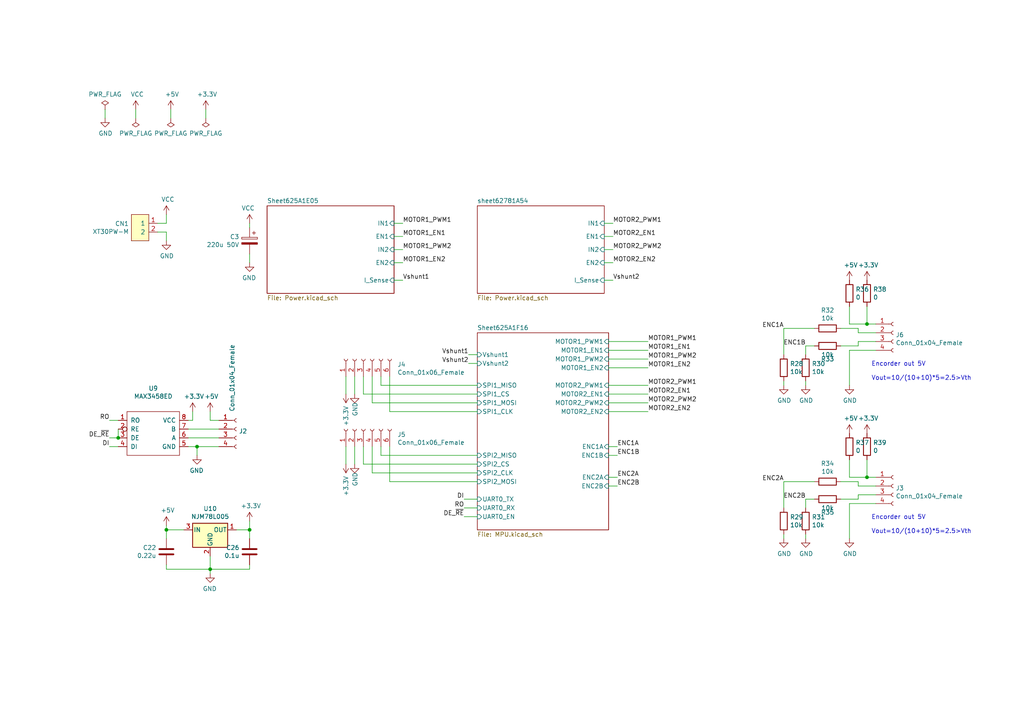
<source format=kicad_sch>
(kicad_sch (version 20211123) (generator eeschema)
  (paper "A4")
  (lib_symbols
    (symbol "Connector:Conn_01x04_Female" (pin_names (offset 1.016) hide)
      (property "Reference" "J" (at 0 5.08 0))
      (property "Value" "Conn_01x04_Female" (at 0 -7.62 0))
      (symbol "Conn_01x04_Female_1_1"
        (arc (start 0 -4.572) (mid -0.508 -5.08) (end 0 -5.588) (stroke (width 0.1524)))
        (arc (start 0 -2.032) (mid -0.508 -2.54) (end 0 -3.048) (stroke (width 0.1524)))
        (polyline (pts (xy -1.27 -5.08) (xy -0.508 -5.08)) (stroke (width 0.1524)))
        (polyline (pts (xy -1.27 -2.54) (xy -0.508 -2.54)) (stroke (width 0.1524)))
        (polyline (pts (xy -1.27 0) (xy -0.508 0)) (stroke (width 0.1524)))
        (polyline (pts (xy -1.27 2.54) (xy -0.508 2.54)) (stroke (width 0.1524)))
        (arc (start 0 0.508) (mid -0.508 0) (end 0 -0.508) (stroke (width 0.1524)))
        (arc (start 0 3.048) (mid -0.508 2.54) (end 0 2.032) (stroke (width 0.1524)))
        (pin passive line (at -5.08 2.54 0) (length 3.81) (name "Pin_1") (number "1"))
        (pin passive line (at -5.08 0 0) (length 3.81) (name "Pin_2") (number "2"))
        (pin passive line (at -5.08 -2.54 0) (length 3.81) (name "Pin_3") (number "3"))
        (pin passive line (at -5.08 -5.08 0) (length 3.81) (name "Pin_4") (number "4"))
      )
    )
    (symbol "Connector:Conn_01x06_Female" (pin_names (offset 1.016) hide)
      (property "Reference" "J" (at 0 7.62 0))
      (property "Value" "Conn_01x06_Female" (at 0 -10.16 0))
      (symbol "Conn_01x06_Female_1_1"
        (arc (start 0 -7.112) (mid -0.508 -7.62) (end 0 -8.128) (stroke (width 0.1524)))
        (arc (start 0 -4.572) (mid -0.508 -5.08) (end 0 -5.588) (stroke (width 0.1524)))
        (arc (start 0 -2.032) (mid -0.508 -2.54) (end 0 -3.048) (stroke (width 0.1524)))
        (polyline (pts (xy -1.27 -7.62) (xy -0.508 -7.62)) (stroke (width 0.1524)))
        (polyline (pts (xy -1.27 -5.08) (xy -0.508 -5.08)) (stroke (width 0.1524)))
        (polyline (pts (xy -1.27 -2.54) (xy -0.508 -2.54)) (stroke (width 0.1524)))
        (polyline (pts (xy -1.27 0) (xy -0.508 0)) (stroke (width 0.1524)))
        (polyline (pts (xy -1.27 2.54) (xy -0.508 2.54)) (stroke (width 0.1524)))
        (polyline (pts (xy -1.27 5.08) (xy -0.508 5.08)) (stroke (width 0.1524)))
        (arc (start 0 0.508) (mid -0.508 0) (end 0 -0.508) (stroke (width 0.1524)))
        (arc (start 0 3.048) (mid -0.508 2.54) (end 0 2.032) (stroke (width 0.1524)))
        (arc (start 0 5.588) (mid -0.508 5.08) (end 0 4.572) (stroke (width 0.1524)))
        (pin passive line (at -5.08 5.08 0) (length 3.81) (name "Pin_1") (number "1"))
        (pin passive line (at -5.08 2.54 0) (length 3.81) (name "Pin_2") (number "2"))
        (pin passive line (at -5.08 0 0) (length 3.81) (name "Pin_3") (number "3"))
        (pin passive line (at -5.08 -2.54 0) (length 3.81) (name "Pin_4") (number "4"))
        (pin passive line (at -5.08 -5.08 0) (length 3.81) (name "Pin_5") (number "5"))
        (pin passive line (at -5.08 -7.62 0) (length 3.81) (name "Pin_6") (number "6"))
      )
    )
    (symbol "Device:C" (pin_numbers hide) (pin_names (offset 0.254))
      (property "Reference" "C" (at 0.635 2.54 0))
      (property "Value" "C" (at 0.635 -2.54 0))
      (symbol "C_0_1"
        (polyline (pts (xy -2.032 -0.762) (xy 2.032 -0.762)) (stroke (width 0.508)))
        (polyline (pts (xy -2.032 0.762) (xy 2.032 0.762)) (stroke (width 0.508)))
      )
      (symbol "C_1_1"
        (pin passive line (at 0 3.81 270) (length 2.794) (name "~") (number "1"))
        (pin passive line (at 0 -3.81 90) (length 2.794) (name "~") (number "2"))
      )
    )
    (symbol "Device:CP" (pin_numbers hide) (pin_names (offset 0.254))
      (property "Reference" "C" (at 0.635 2.54 0))
      (property "Value" "Device_CP" (at 0.635 -2.54 0))
      (symbol "CP_0_1"
        (rectangle (start -2.286 0.508) (end 2.286 1.016))
        (polyline (pts (xy -1.778 2.286) (xy -0.762 2.286)))
        (polyline (pts (xy -1.27 2.794) (xy -1.27 1.778)))
        (rectangle (start 2.286 -0.508) (end -2.286 -1.016) (fill (type outline)))
      )
      (symbol "CP_1_1"
        (pin passive line (at 0 3.81 270) (length 2.794) (name "~") (number "1"))
        (pin passive line (at 0 -3.81 90) (length 2.794) (name "~") (number "2"))
      )
    )
    (symbol "Device:R" (pin_numbers hide) (pin_names (offset 0))
      (property "Reference" "R" (at 2.032 0 90))
      (property "Value" "R" (at 0 0 90))
      (symbol "R_0_1"
        (rectangle (start -1.016 -2.54) (end 1.016 2.54) (stroke (width 0.254)))
      )
      (symbol "R_1_1"
        (pin passive line (at 0 3.81 270) (length 1.27) (name "~") (number "1"))
        (pin passive line (at 0 -3.81 90) (length 1.27) (name "~") (number "2"))
      )
    )
    (symbol "RP_MD-rescue:XT30PW-M-maki_lib" (pin_names (offset 1.016))
      (property "Reference" "CN" (at 2.54 -7.62 0))
      (property "Value" "XT30PW-M-maki_lib" (at 0 5.08 0))
      (symbol "XT30PW-M-maki_lib_0_1"
        (rectangle (start 0 2.54) (end 5.08 -5.08) (fill (type background)))
      )
      (symbol "XT30PW-M-maki_lib_1_1"
        (pin bidirectional line (at -2.54 0 0) (length 2.54) (name "1") (number "1"))
        (pin bidirectional line (at -2.54 -2.54 0) (length 2.54) (name "2") (number "2"))
      )
    )
    (symbol "Regulator_Linear:L78L05_SOT89" (pin_names (offset 0.254))
      (property "Reference" "U" (at -3.81 3.175 0))
      (property "Value" "L78L05_SOT89" (at -0.635 3.175 0))
      (symbol "L78L05_SOT89_0_1"
        (rectangle (start -5.08 1.905) (end 5.08 -5.08) (stroke (width 0.254)) (fill (type background)))
      )
      (symbol "L78L05_SOT89_1_1"
        (pin power_out line (at 7.62 0 180) (length 2.54) (name "OUT") (number "1"))
        (pin power_in line (at 0 -7.62 90) (length 2.54) (name "GND") (number "2"))
        (pin power_in line (at -7.62 0 0) (length 2.54) (name "IN") (number "3"))
      )
    )
    (symbol "maki_lib:MAX3458ED" (pin_names (offset 1.016))
      (property "Reference" "U" (at 0 8.89 0))
      (property "Value" "maki_lib_MAX3458ED" (at 0 11.43 0))
      (symbol "MAX3458ED_0_1"
        (rectangle (start -7.62 6.35) (end 7.62 -6.35))
      )
      (symbol "MAX3458ED_1_1"
        (pin output line (at -10.16 3.81 0) (length 2.54) (name "RO") (number "1"))
        (pin input inverted (at -10.16 1.27 0) (length 2.54) (name "RE") (number "2"))
        (pin input line (at -10.16 -1.27 0) (length 2.54) (name "DE") (number "3"))
        (pin input line (at -10.16 -3.81 0) (length 2.54) (name "DI") (number "4"))
        (pin power_in line (at 10.16 -3.81 180) (length 2.54) (name "GND") (number "5"))
        (pin input line (at 10.16 -1.27 180) (length 2.54) (name "A") (number "6"))
        (pin input line (at 10.16 1.27 180) (length 2.54) (name "B") (number "7"))
        (pin power_in line (at 10.16 3.81 180) (length 2.54) (name "VCC") (number "8"))
      )
    )
    (symbol "power:+3.3V" (power) (pin_names (offset 0))
      (property "Value" "+3.3V" (at 0 3.556 0))
      (symbol "+3.3V_0_1"
        (polyline (pts (xy -0.762 1.27) (xy 0 2.54)))
        (polyline (pts (xy 0 0) (xy 0 2.54)))
        (polyline (pts (xy 0 2.54) (xy 0.762 1.27)))
      )
      (symbol "+3.3V_1_1"
        (pin power_in line (at 0 0 90) (length 0) hide (name "+3.3V") (number "1"))
      )
    )
    (symbol "power:+5V" (power) (pin_names (offset 0))
      (property "Value" "+5V" (at 0 3.556 0))
      (symbol "+5V_0_1"
        (polyline (pts (xy -0.762 1.27) (xy 0 2.54)))
        (polyline (pts (xy 0 0) (xy 0 2.54)))
        (polyline (pts (xy 0 2.54) (xy 0.762 1.27)))
      )
      (symbol "+5V_1_1"
        (pin power_in line (at 0 0 90) (length 0) hide (name "+5V") (number "1"))
      )
    )
    (symbol "power:GND" (power) (pin_names (offset 0))
      (property "Value" "GND" (at 0 -3.81 0))
      (symbol "GND_0_1"
        (polyline (pts (xy 0 0) (xy 0 -1.27) (xy 1.27 -1.27) (xy 0 -2.54) (xy -1.27 -1.27) (xy 0 -1.27)))
      )
      (symbol "GND_1_1"
        (pin power_in line (at 0 0 270) (length 0) hide (name "GND") (number "1"))
      )
    )
    (symbol "power:PWR_FLAG" (power) (pin_numbers hide) (pin_names (offset 0) hide)
      (property "Value" "PWR_FLAG" (at 0 3.81 0))
      (symbol "PWR_FLAG_0_0"
        (pin power_out line (at 0 0 90) (length 0) (name "pwr") (number "1"))
      )
      (symbol "PWR_FLAG_0_1"
        (polyline (pts (xy 0 0) (xy 0 1.27) (xy -1.016 1.905) (xy 0 2.54) (xy 1.016 1.905) (xy 0 1.27)))
      )
    )
    (symbol "power:VCC" (power) (pin_names (offset 0))
      (property "Value" "VCC" (at 0 3.81 0))
      (symbol "VCC_0_1"
        (polyline (pts (xy -0.762 1.27) (xy 0 2.54)))
        (polyline (pts (xy 0 0) (xy 0 2.54)))
        (polyline (pts (xy 0 2.54) (xy 0.762 1.27)))
      )
      (symbol "VCC_1_1"
        (pin power_in line (at 0 0 90) (length 0) hide (name "VCC") (number "1"))
      )
    )
  )
  (junction (at 34.29 127))
  (junction (at 72.39 153.67))
  (junction (at 251.46 93.98))
  (junction (at 57.15 129.54))
  (junction (at 60.96 165.1))
  (junction (at 48.26 153.67))
  (junction (at 251.46 138.43))
  (wire (pts (xy 177.8 64.77) (xy 175.26 64.77)))
  (wire (pts (xy 48.26 64.77) (xy 48.26 62.23)))
  (wire (pts (xy 246.38 93.98) (xy 251.46 93.98)))
  (wire (pts (xy 59.69 31.75) (xy 59.69 34.29)))
  (wire (pts (xy 102.87 134.62) (xy 102.87 129.54)))
  (wire (pts (xy 177.8 76.2) (xy 175.26 76.2)))
  (wire (pts (xy 248.92 143.51) (xy 248.92 144.78)))
  (wire (pts (xy 187.96 114.3) (xy 176.53 114.3)))
  (wire (pts (xy 246.38 133.35) (xy 246.38 138.43)))
  (wire (pts (xy 233.68 111.76) (xy 233.68 110.49)))
  (wire (pts (xy 138.43 132.08) (xy 110.49 132.08)))
  (wire (pts (xy 30.48 34.29) (xy 30.48 31.75)))
  (wire (pts (xy 134.62 144.78) (xy 138.43 144.78)))
  (wire (pts (xy 248.92 95.25) (xy 248.92 96.52)))
  (wire (pts (xy 72.39 64.77) (xy 72.39 66.04)))
  (wire (pts (xy 248.92 99.06) (xy 254 99.06)))
  (wire (pts (xy 135.89 102.87) (xy 138.43 102.87)))
  (wire (pts (xy 248.92 96.52) (xy 254 96.52)))
  (wire (pts (xy 48.26 153.67) (xy 53.34 153.67)))
  (wire (pts (xy 45.72 64.77) (xy 48.26 64.77)))
  (wire (pts (xy 57.15 129.54) (xy 63.5 129.54)))
  (wire (pts (xy 248.92 143.51) (xy 254 143.51)))
  (wire (pts (xy 138.43 114.3) (xy 105.41 114.3)))
  (wire (pts (xy 138.43 111.76) (xy 110.49 111.76)))
  (wire (pts (xy 116.84 81.28) (xy 114.3 81.28)))
  (wire (pts (xy 246.38 111.76) (xy 246.38 101.6)))
  (wire (pts (xy 68.58 153.67) (xy 72.39 153.67)))
  (wire (pts (xy 116.84 64.77) (xy 114.3 64.77)))
  (wire (pts (xy 31.75 127) (xy 34.29 127)))
  (wire (pts (xy 175.26 81.28) (xy 177.8 81.28)))
  (wire (pts (xy 31.75 121.92) (xy 34.29 121.92)))
  (wire (pts (xy 187.96 101.6) (xy 176.53 101.6)))
  (wire (pts (xy 134.62 149.86) (xy 138.43 149.86)))
  (wire (pts (xy 246.38 101.6) (xy 254 101.6)))
  (wire (pts (xy 113.03 139.7) (xy 113.03 129.54)))
  (wire (pts (xy 60.96 121.92) (xy 63.5 121.92)))
  (wire (pts (xy 34.29 124.46) (xy 34.29 127)))
  (wire (pts (xy 138.43 137.16) (xy 107.95 137.16)))
  (wire (pts (xy 48.26 163.83) (xy 48.26 165.1)))
  (wire (pts (xy 107.95 116.84) (xy 107.95 109.22)))
  (wire (pts (xy 72.39 73.66) (xy 72.39 76.2)))
  (wire (pts (xy 177.8 68.58) (xy 175.26 68.58)))
  (wire (pts (xy 251.46 93.98) (xy 254 93.98)))
  (wire (pts (xy 227.33 156.21) (xy 227.33 154.94)))
  (wire (pts (xy 248.92 139.7) (xy 248.92 140.97)))
  (wire (pts (xy 233.68 102.87) (xy 233.68 100.33)))
  (wire (pts (xy 48.26 67.31) (xy 48.26 69.85)))
  (wire (pts (xy 138.43 119.38) (xy 113.03 119.38)))
  (wire (pts (xy 251.46 133.35) (xy 251.46 138.43)))
  (wire (pts (xy 243.84 95.25) (xy 248.92 95.25)))
  (wire (pts (xy 179.07 132.08) (xy 176.53 132.08)))
  (wire (pts (xy 246.38 156.21) (xy 246.38 146.05)))
  (wire (pts (xy 179.07 129.54) (xy 176.53 129.54)))
  (wire (pts (xy 227.33 147.32) (xy 227.33 139.7)))
  (wire (pts (xy 248.92 100.33) (xy 243.84 100.33)))
  (wire (pts (xy 54.61 124.46) (xy 63.5 124.46)))
  (wire (pts (xy 243.84 139.7) (xy 248.92 139.7)))
  (wire (pts (xy 116.84 68.58) (xy 114.3 68.58)))
  (wire (pts (xy 246.38 88.9) (xy 246.38 93.98)))
  (wire (pts (xy 110.49 132.08) (xy 110.49 129.54)))
  (wire (pts (xy 102.87 114.3) (xy 102.87 109.22)))
  (wire (pts (xy 138.43 116.84) (xy 107.95 116.84)))
  (wire (pts (xy 248.92 99.06) (xy 248.92 100.33)))
  (wire (pts (xy 31.75 129.54) (xy 34.29 129.54)))
  (wire (pts (xy 227.33 95.25) (xy 236.22 95.25)))
  (wire (pts (xy 248.92 140.97) (xy 254 140.97)))
  (wire (pts (xy 55.88 121.92) (xy 55.88 119.38)))
  (wire (pts (xy 134.62 147.32) (xy 138.43 147.32)))
  (wire (pts (xy 177.8 72.39) (xy 175.26 72.39)))
  (wire (pts (xy 110.49 111.76) (xy 110.49 109.22)))
  (wire (pts (xy 138.43 139.7) (xy 113.03 139.7)))
  (wire (pts (xy 227.33 111.76) (xy 227.33 110.49)))
  (wire (pts (xy 116.84 76.2) (xy 114.3 76.2)))
  (wire (pts (xy 251.46 88.9) (xy 251.46 93.98)))
  (wire (pts (xy 233.68 100.33) (xy 236.22 100.33)))
  (wire (pts (xy 135.89 105.41) (xy 138.43 105.41)))
  (wire (pts (xy 54.61 121.92) (xy 55.88 121.92)))
  (wire (pts (xy 116.84 72.39) (xy 114.3 72.39)))
  (wire (pts (xy 72.39 165.1) (xy 72.39 163.83)))
  (wire (pts (xy 246.38 138.43) (xy 251.46 138.43)))
  (wire (pts (xy 57.15 132.08) (xy 57.15 129.54)))
  (wire (pts (xy 60.96 165.1) (xy 72.39 165.1)))
  (wire (pts (xy 63.5 127) (xy 54.61 127)))
  (wire (pts (xy 251.46 138.43) (xy 254 138.43)))
  (wire (pts (xy 187.96 104.14) (xy 176.53 104.14)))
  (wire (pts (xy 45.72 67.31) (xy 48.26 67.31)))
  (wire (pts (xy 248.92 144.78) (xy 243.84 144.78)))
  (wire (pts (xy 138.43 134.62) (xy 105.41 134.62)))
  (wire (pts (xy 187.96 116.84) (xy 176.53 116.84)))
  (wire (pts (xy 233.68 147.32) (xy 233.68 144.78)))
  (wire (pts (xy 100.33 114.3) (xy 100.33 109.22)))
  (wire (pts (xy 107.95 137.16) (xy 107.95 129.54)))
  (wire (pts (xy 187.96 106.68) (xy 176.53 106.68)))
  (wire (pts (xy 49.53 34.29) (xy 49.53 31.75)))
  (wire (pts (xy 233.68 156.21) (xy 233.68 154.94)))
  (wire (pts (xy 60.96 161.29) (xy 60.96 165.1)))
  (wire (pts (xy 60.96 119.38) (xy 60.96 121.92)))
  (wire (pts (xy 48.26 153.67) (xy 48.26 156.21)))
  (wire (pts (xy 187.96 99.06) (xy 176.53 99.06)))
  (wire (pts (xy 233.68 144.78) (xy 236.22 144.78)))
  (wire (pts (xy 39.37 31.75) (xy 39.37 34.29)))
  (wire (pts (xy 60.96 166.37) (xy 60.96 165.1)))
  (wire (pts (xy 187.96 119.38) (xy 176.53 119.38)))
  (wire (pts (xy 72.39 153.67) (xy 72.39 156.21)))
  (wire (pts (xy 187.96 111.76) (xy 176.53 111.76)))
  (wire (pts (xy 179.07 138.43) (xy 176.53 138.43)))
  (wire (pts (xy 246.38 146.05) (xy 254 146.05)))
  (wire (pts (xy 227.33 139.7) (xy 236.22 139.7)))
  (wire (pts (xy 227.33 102.87) (xy 227.33 95.25)))
  (wire (pts (xy 113.03 119.38) (xy 113.03 109.22)))
  (wire (pts (xy 54.61 129.54) (xy 57.15 129.54)))
  (wire (pts (xy 100.33 134.62) (xy 100.33 129.54)))
  (wire (pts (xy 48.26 165.1) (xy 60.96 165.1)))
  (wire (pts (xy 72.39 151.13) (xy 72.39 153.67)))
  (wire (pts (xy 105.41 114.3) (xy 105.41 109.22)))
  (wire (pts (xy 48.26 152.4) (xy 48.26 153.67)))
  (wire (pts (xy 179.07 140.97) (xy 176.53 140.97)))
  (wire (pts (xy 105.41 134.62) (xy 105.41 129.54)))
  (text "Encorder out 5V\n\nVout=10/(10+10)*5=2.5>Vth" (at 252.73 110.49 0) (effects (font (size 1.27 1.27)) (justify left bottom)))
  (text "Encorder out 5V\n\nVout=10/(10+10)*5=2.5>Vth" (at 252.73 154.94 0) (effects (font (size 1.27 1.27)) (justify left bottom)))
  (label "MOTOR2_EN2" (at 187.96 119.38 0))
  (label "Vshunt1" (at 135.89 102.87 180))
  (label "Vshunt2" (at 135.89 105.41 180))
  (label "ENC2B" (at 179.07 140.97 0))
  (label "MOTOR2_EN1" (at 187.96 114.3 0))
  (label "MOTOR2_PWM2" (at 187.96 116.84 0))
  (label "MOTOR2_PWM2" (at 177.8 72.39 0))
  (label "ENC1B" (at 233.68 100.33 180))
  (label "MOTOR2_PWM1" (at 177.8 64.77 0))
  (label "Vshunt1" (at 116.84 81.28 0))
  (label "MOTOR2_EN2" (at 177.8 76.2 0))
  (label "MOTOR2_EN1" (at 177.8 68.58 0))
  (label "Vshunt2" (at 177.8 81.28 0))
  (label "ENC2A" (at 227.33 139.7 180))
  (label "ENC1B" (at 179.07 132.08 0))
  (label "MOTOR1_PWM2" (at 116.84 72.39 0))
  (label "RO" (at 31.75 121.92 180))
  (label "DE_~{RE}" (at 31.75 127 180))
  (label "MOTOR1_EN1" (at 116.84 68.58 0))
  (label "DE_~{RE}" (at 134.62 149.86 180))
  (label "MOTOR2_PWM1" (at 187.96 111.76 0))
  (label "MOTOR1_EN2" (at 187.96 106.68 0))
  (label "DI" (at 134.62 144.78 180))
  (label "MOTOR1_PWM2" (at 187.96 104.14 0))
  (label "MOTOR1_PWM1" (at 187.96 99.06 0))
  (label "RO" (at 134.62 147.32 180))
  (label "MOTOR1_EN1" (at 187.96 101.6 0))
  (label "ENC2B" (at 233.68 144.78 180))
  (label "ENC2A" (at 179.07 138.43 0))
  (label "DI" (at 31.75 129.54 180))
  (label "ENC1A" (at 227.33 95.25 180))
  (label "MOTOR1_PWM1" (at 116.84 64.77 0))
  (label "MOTOR1_EN2" (at 116.84 76.2 0))
  (label "ENC1A" (at 179.07 129.54 0))
  (symbol (lib_id "Connector:Conn_01x04_Female") (at 259.08 140.97 0) (unit 1)
    (property "Reference" "J3" (at 259.7912 141.5796 0) (effects (justify left)))
    (property "Value" "Conn_01x04_Female" (at 259.7912 143.891 0) (effects (justify left)))
    (property "Footprint" "Connector_JST:JST_PH_B4B-PH-K_1x04_P2.00mm_Vertical" (effects hide))
  )
  (symbol (lib_id "power:GND") (at 30.48 34.29 0) (unit 1)
    (property "Reference" "#PWR01" (effects hide))
    (property "Value" "GND" (at 30.607 38.6842 0))
  )
  (symbol (lib_id "power:VCC") (at 39.37 31.75 0) (unit 1)
    (property "Reference" "#PWR02" (effects hide))
    (property "Value" "VCC" (at 39.8018 27.3558 0))
  )
  (symbol (lib_id "power:PWR_FLAG") (at 30.48 31.75 0) (unit 1)
    (property "Reference" "#FLG01" (effects hide))
    (property "Value" "PWR_FLAG" (at 30.48 27.3558 0))
  )
  (symbol (lib_id "power:PWR_FLAG") (at 39.37 34.29 180) (unit 1)
    (property "Reference" "#FLG02" (effects hide))
    (property "Value" "PWR_FLAG" (at 39.37 38.6842 0))
  )
  (symbol (lib_id "power:PWR_FLAG") (at 59.69 34.29 180) (unit 1)
    (property "Reference" "#FLG04" (effects hide))
    (property "Value" "PWR_FLAG" (at 59.69 38.6842 0))
  )
  (symbol (lib_id "power:+3.3V") (at 59.69 31.75 0) (unit 1)
    (property "Reference" "#PWR04" (effects hide))
    (property "Value" "+3.3V" (at 60.071 27.3558 0))
  )
  (symbol (lib_id "power:GND") (at 246.38 156.21 0) (unit 1)
    (property "Reference" "#PWR06" (effects hide))
    (property "Value" "GND" (at 246.507 160.6042 0))
  )
  (symbol (lib_id "power:+5V") (at 49.53 31.75 0) (unit 1)
    (property "Reference" "#PWR03" (effects hide))
    (property "Value" "+5V" (at 49.911 27.3558 0))
  )
  (symbol (lib_id "power:PWR_FLAG") (at 49.53 34.29 180) (unit 1)
    (property "Reference" "#FLG03" (effects hide))
    (property "Value" "PWR_FLAG" (at 49.53 38.6842 0))
  )
  (symbol (lib_id "RP_MD-rescue:XT30PW-M-maki_lib") (at 43.18 64.77 0) (mirror y) (unit 1)
    (property "Reference" "CN1" (at 37.3888 64.8716 0) (effects (justify left)))
    (property "Value" "XT30PW-M" (at 37.3888 67.183 0) (effects (justify left)))
    (property "Footprint" "maki_lib:XT30PW-M" (effects hide))
  )
  (symbol (lib_id "power:VCC") (at 48.26 62.23 0) (unit 1)
    (property "Reference" "#PWR0161" (effects hide))
    (property "Value" "VCC" (at 48.6918 57.8358 0))
  )
  (symbol (lib_id "power:GND") (at 48.26 69.85 0) (unit 1)
    (property "Reference" "#PWR0162" (effects hide))
    (property "Value" "GND" (at 48.387 74.2442 0))
  )
  (symbol (lib_id "Device:CP") (at 72.39 69.85 0) (mirror y) (unit 1)
    (property "Reference" "C3" (at 69.3928 68.6816 0) (effects (justify left)))
    (property "Value" "220u 50V" (at 69.3928 70.993 0) (effects (justify left)))
    (property "Footprint" "Capacitor_SMD:CP_Elec_10x10" (effects hide))
  )
  (symbol (lib_id "power:VCC") (at 72.39 64.77 0) (mirror y) (unit 1)
    (property "Reference" "#PWR034" (effects hide))
    (property "Value" "VCC" (at 71.9582 60.3758 0))
  )
  (symbol (lib_id "power:GND") (at 72.39 76.2 0) (mirror y) (unit 1)
    (property "Reference" "#PWR035" (effects hide))
    (property "Value" "GND" (at 72.263 80.5942 0))
  )
  (symbol (lib_id "Regulator_Linear:L78L05_SOT89") (at 60.96 153.67 0) (unit 1)
    (property "Reference" "U10" (at 60.96 147.5232 0))
    (property "Value" "NJM78L005" (at 60.96 149.8346 0))
    (property "Footprint" "Package_TO_SOT_SMD:SOT-89-3" (effects hide))
    (property "Datasheet" "http://www.st.com/content/ccc/resource/technical/document/datasheet/15/55/e5/aa/23/5b/43/fd/CD00000446.pdf/files/CD00000446.pdf/jcr:content/translations/en.CD00000446.pdf" (effects hide))
  )
  (symbol (lib_id "power:+5V") (at 48.26 152.4 0) (unit 1)
    (property "Reference" "#PWR036" (effects hide))
    (property "Value" "+5V" (at 48.641 148.0058 0))
  )
  (symbol (lib_id "power:+3.3V") (at 72.39 151.13 0) (unit 1)
    (property "Reference" "#PWR039" (effects hide))
    (property "Value" "+3.3V" (at 72.771 146.7358 0))
  )
  (symbol (lib_id "power:GND") (at 57.15 132.08 0) (mirror y) (unit 1)
    (property "Reference" "#PWR037" (effects hide))
    (property "Value" "GND" (at 57.023 136.4742 0))
  )
  (symbol (lib_id "power:GND") (at 60.96 166.37 0) (mirror y) (unit 1)
    (property "Reference" "#PWR038" (effects hide))
    (property "Value" "GND" (at 60.833 170.7642 0))
  )
  (symbol (lib_id "Device:C") (at 48.26 160.02 0) (mirror x) (unit 1)
    (property "Reference" "C22" (at 45.339 158.8516 0) (effects (justify right)))
    (property "Value" "0.22u" (at 45.339 161.163 0) (effects (justify right)))
    (property "Footprint" "Capacitor_SMD:C_0402_1005Metric" (effects hide))
  )
  (symbol (lib_id "Device:C") (at 72.39 160.02 0) (mirror x) (unit 1)
    (property "Reference" "C26" (at 69.469 158.8516 0) (effects (justify right)))
    (property "Value" "0.1u" (at 69.469 161.163 0) (effects (justify right)))
    (property "Footprint" "Capacitor_SMD:C_0402_1005Metric" (effects hide))
  )
  (symbol (lib_id "Connector:Conn_01x06_Female") (at 105.41 104.14 90) (unit 1)
    (property "Reference" "J4" (at 115.2652 105.7148 90) (effects (justify right)))
    (property "Value" "Conn_01x06_Female" (at 115.2652 108.0262 90) (effects (justify right)))
    (property "Footprint" "Connector_JST:JST_PH_B6B-PH-K_1x06_P2.00mm_Vertical" (effects hide))
  )
  (symbol (lib_id "Connector:Conn_01x06_Female") (at 105.41 124.46 90) (unit 1)
    (property "Reference" "J5" (at 115.2652 126.0348 90) (effects (justify right)))
    (property "Value" "Conn_01x06_Female" (at 115.2652 128.3462 90) (effects (justify right)))
    (property "Footprint" "Connector_JST:JST_PH_B6B-PH-K_1x06_P2.00mm_Vertical" (effects hide))
  )
  (symbol (lib_id "power:GND") (at 102.87 134.62 0) (unit 1)
    (property "Reference" "#PWR021" (effects hide))
    (property "Value" "GND" (at 102.997 139.0142 90))
  )
  (symbol (lib_id "power:+3.3V") (at 100.33 134.62 180) (unit 1)
    (property "Reference" "#PWR019" (effects hide))
    (property "Value" "+3.3V" (at 100.33 140.97 90))
  )
  (symbol (lib_id "power:GND") (at 102.87 114.3 0) (unit 1)
    (property "Reference" "#PWR020" (effects hide))
    (property "Value" "GND" (at 102.997 118.6942 90))
  )
  (symbol (lib_id "power:+3.3V") (at 100.33 114.3 180) (unit 1)
    (property "Reference" "#PWR018" (effects hide))
    (property "Value" "+3.3V" (at 100.33 120.65 90))
  )
  (symbol (lib_id "Connector:Conn_01x04_Female") (at 68.58 124.46 0) (unit 1)
    (property "Reference" "J2" (at 69.2912 125.0696 0) (effects (justify left)))
    (property "Value" "Conn_01x04_Female" (at 67.31 119.38 90) (effects (justify left)))
    (property "Footprint" "Connector_JST:JST_PH_B4B-PH-K_1x04_P2.00mm_Vertical" (effects hide))
  )
  (symbol (lib_id "power:+5V") (at 246.38 125.73 0) (unit 1)
    (property "Reference" "#PWR028" (effects hide))
    (property "Value" "+5V" (at 246.761 121.3358 0))
  )
  (symbol (lib_id "Device:R") (at 240.03 139.7 90) (unit 1)
    (property "Reference" "R34" (at 240.03 134.4422 90))
    (property "Value" "10k" (at 240.03 136.7536 90))
    (property "Footprint" "Resistor_SMD:R_0402_1005Metric" (effects hide))
  )
  (symbol (lib_id "Device:R") (at 240.03 144.78 90) (unit 1)
    (property "Reference" "R35" (at 240.03 148.59 90))
    (property "Value" "10k" (at 240.03 147.32 90))
    (property "Footprint" "Resistor_SMD:R_0402_1005Metric" (effects hide))
  )
  (symbol (lib_id "Device:R") (at 227.33 151.13 0) (unit 1)
    (property "Reference" "R29" (at 229.108 149.9616 0) (effects (justify left)))
    (property "Value" "10k" (at 229.108 152.273 0) (effects (justify left)))
    (property "Footprint" "Resistor_SMD:R_0402_1005Metric" (effects hide))
  )
  (symbol (lib_id "Device:R") (at 233.68 151.13 0) (unit 1)
    (property "Reference" "R31" (at 235.458 149.9616 0) (effects (justify left)))
    (property "Value" "10k" (at 235.458 152.273 0) (effects (justify left)))
    (property "Footprint" "Resistor_SMD:R_0402_1005Metric" (effects hide))
  )
  (symbol (lib_id "power:GND") (at 233.68 156.21 0) (unit 1)
    (property "Reference" "#PWR025" (effects hide))
    (property "Value" "GND" (at 233.807 160.6042 0))
  )
  (symbol (lib_id "power:GND") (at 227.33 156.21 0) (unit 1)
    (property "Reference" "#PWR023" (effects hide))
    (property "Value" "GND" (at 227.457 160.6042 0))
  )
  (symbol (lib_id "power:+3.3V") (at 251.46 125.73 0) (unit 1)
    (property "Reference" "#PWR030" (effects hide))
    (property "Value" "+3.3V" (at 251.841 121.3358 0))
  )
  (symbol (lib_id "Device:R") (at 251.46 129.54 0) (unit 1)
    (property "Reference" "R39" (at 253.238 128.3716 0) (effects (justify left)))
    (property "Value" "0" (at 253.238 130.683 0) (effects (justify left)))
    (property "Footprint" "Jumper:SolderJumper-2_P1.3mm_Open_TrianglePad1.0x1.5mm" (effects hide))
  )
  (symbol (lib_id "Device:R") (at 246.38 129.54 0) (unit 1)
    (property "Reference" "R37" (at 248.158 128.3716 0) (effects (justify left)))
    (property "Value" "0" (at 248.158 130.683 0) (effects (justify left)))
    (property "Footprint" "Jumper:SolderJumper-2_P1.3mm_Open_TrianglePad1.0x1.5mm" (effects hide))
  )
  (symbol (lib_id "Connector:Conn_01x04_Female") (at 259.08 96.52 0) (unit 1)
    (property "Reference" "J6" (at 259.7912 97.1296 0) (effects (justify left)))
    (property "Value" "Conn_01x04_Female" (at 259.7912 99.441 0) (effects (justify left)))
    (property "Footprint" "Connector_JST:JST_PH_B4B-PH-K_1x04_P2.00mm_Vertical" (effects hide))
  )
  (symbol (lib_id "power:GND") (at 246.38 111.76 0) (unit 1)
    (property "Reference" "#PWR027" (effects hide))
    (property "Value" "GND" (at 246.507 116.1542 0))
  )
  (symbol (lib_id "power:+5V") (at 246.38 81.28 0) (unit 1)
    (property "Reference" "#PWR026" (effects hide))
    (property "Value" "+5V" (at 246.761 76.8858 0))
  )
  (symbol (lib_id "Device:R") (at 240.03 95.25 90) (unit 1)
    (property "Reference" "R32" (at 240.03 89.9922 90))
    (property "Value" "10k" (at 240.03 92.3036 90))
    (property "Footprint" "Resistor_SMD:R_0402_1005Metric" (effects hide))
  )
  (symbol (lib_id "Device:R") (at 240.03 100.33 90) (unit 1)
    (property "Reference" "R33" (at 240.03 104.14 90))
    (property "Value" "10k" (at 240.03 102.87 90))
    (property "Footprint" "Resistor_SMD:R_0402_1005Metric" (effects hide))
  )
  (symbol (lib_id "Device:R") (at 227.33 106.68 0) (unit 1)
    (property "Reference" "R28" (at 229.108 105.5116 0) (effects (justify left)))
    (property "Value" "10k" (at 229.108 107.823 0) (effects (justify left)))
    (property "Footprint" "Resistor_SMD:R_0402_1005Metric" (effects hide))
  )
  (symbol (lib_id "Device:R") (at 233.68 106.68 0) (unit 1)
    (property "Reference" "R30" (at 235.458 105.5116 0) (effects (justify left)))
    (property "Value" "10k" (at 235.458 107.823 0) (effects (justify left)))
    (property "Footprint" "Resistor_SMD:R_0402_1005Metric" (effects hide))
  )
  (symbol (lib_id "power:GND") (at 233.68 111.76 0) (unit 1)
    (property "Reference" "#PWR024" (effects hide))
    (property "Value" "GND" (at 233.807 116.1542 0))
  )
  (symbol (lib_id "power:GND") (at 227.33 111.76 0) (unit 1)
    (property "Reference" "#PWR022" (effects hide))
    (property "Value" "GND" (at 227.457 116.1542 0))
  )
  (symbol (lib_id "power:+3.3V") (at 251.46 81.28 0) (unit 1)
    (property "Reference" "#PWR029" (effects hide))
    (property "Value" "+3.3V" (at 251.841 76.8858 0))
  )
  (symbol (lib_id "Device:R") (at 251.46 85.09 0) (unit 1)
    (property "Reference" "R38" (at 253.238 83.9216 0) (effects (justify left)))
    (property "Value" "0" (at 253.238 86.233 0) (effects (justify left)))
    (property "Footprint" "Jumper:SolderJumper-2_P1.3mm_Open_TrianglePad1.0x1.5mm" (effects hide))
  )
  (symbol (lib_id "Device:R") (at 246.38 85.09 0) (unit 1)
    (property "Reference" "R36" (at 248.158 83.9216 0) (effects (justify left)))
    (property "Value" "0" (at 248.158 86.233 0) (effects (justify left)))
    (property "Footprint" "Jumper:SolderJumper-2_P1.3mm_Open_TrianglePad1.0x1.5mm" (effects hide))
  )
  (symbol (lib_id "power:+5V") (at 60.96 119.38 0) (unit 1)
    (property "Reference" "#PWR017" (effects hide))
    (property "Value" "+5V" (at 61.341 114.9858 0))
  )
  (symbol (lib_id "maki_lib:MAX3458ED") (at 44.45 125.73 0) (unit 1)
    (property "Reference" "U9" (at 44.45 112.649 0))
    (property "Value" "MAX3458ED" (at 44.45 114.9604 0))
    (property "Footprint" "Package_SO:SOP-8_3.9x4.9mm_P1.27mm" (effects hide))
    (property "Datasheet" "https://akizukidenshi.com/download/ds/htc/max3485.pdf" (effects hide))
  )
  (symbol (lib_id "power:+3.3V") (at 55.88 119.38 0) (unit 1)
    (property "Reference" "#PWR05" (effects hide))
    (property "Value" "+3.3V" (at 56.261 114.9858 0))
  )
  (sheet (at 77.47 59.69) (size 36.83 25.4)
    (property "Sheet name" "Sheet625A1E05" (at 77.47 58.9784 0) (effects (justify left bottom)))
    (property "Sheet file" "Power.kicad_sch" (at 77.47 85.6746 0) (effects (justify left top)))
    (pin "IN1" input (at 114.3 64.77 0))
    (pin "EN1" input (at 114.3 68.58 0))
    (pin "IN2" input (at 114.3 72.39 0))
    (pin "EN2" input (at 114.3 76.2 0))
    (pin "I_Sense" input (at 114.3 81.28 0))
  )
  (sheet (at 138.43 96.52) (size 38.1 57.15)
    (property "Sheet name" "Sheet625A1F16" (at 138.43 95.8084 0) (effects (justify left bottom)))
    (property "Sheet file" "MPU.kicad_sch" (at 138.43 154.2546 0) (effects (justify left top)))
    (pin "Vshunt1" input (at 138.43 102.87 180))
    (pin "Vshunt2" input (at 138.43 105.41 180))
    (pin "SPI1_MISO" input (at 138.43 111.76 180))
    (pin "SPI1_CS" input (at 138.43 114.3 180))
    (pin "SPI1_MOSI" input (at 138.43 116.84 180))
    (pin "SPI1_CLK" input (at 138.43 119.38 180))
    (pin "SPI2_MISO" input (at 138.43 132.08 180))
    (pin "SPI2_CS" input (at 138.43 134.62 180))
    (pin "SPI2_CLK" input (at 138.43 137.16 180))
    (pin "SPI2_MOSI" input (at 138.43 139.7 180))
    (pin "ENC1A" input (at 176.53 129.54 0))
    (pin "ENC1B" input (at 176.53 132.08 0))
    (pin "ENC2A" input (at 176.53 138.43 0))
    (pin "ENC2B" input (at 176.53 140.97 0))
    (pin "MOTOR1_PWM1" input (at 176.53 99.06 0))
    (pin "MOTOR1_EN1" input (at 176.53 101.6 0))
    (pin "MOTOR2_PWM1" input (at 176.53 111.76 0))
    (pin "MOTOR2_EN1" input (at 176.53 114.3 0))
    (pin "MOTOR1_PWM2" input (at 176.53 104.14 0))
    (pin "MOTOR1_EN2" input (at 176.53 106.68 0))
    (pin "MOTOR2_EN2" input (at 176.53 119.38 0))
    (pin "MOTOR2_PWM2" input (at 176.53 116.84 0))
    (pin "UART0_TX" input (at 138.43 144.78 180))
    (pin "UART0_RX" input (at 138.43 147.32 180))
    (pin "UART0_EN" input (at 138.43 149.86 180))
  )
  (sheet (at 138.43 59.69) (size 36.83 25.4)
    (property "Sheet name" "sheet62781A54" (at 138.43 58.9784 0) (effects (justify left bottom)))
    (property "Sheet file" "Power.kicad_sch" (at 138.43 85.6746 0) (effects (justify left top)))
    (pin "IN1" input (at 175.26 64.77 0))
    (pin "EN1" input (at 175.26 68.58 0))
    (pin "IN2" input (at 175.26 72.39 0))
    (pin "EN2" input (at 175.26 76.2 0))
    (pin "I_Sense" input (at 175.26 81.28 0))
  )
)
</source>
